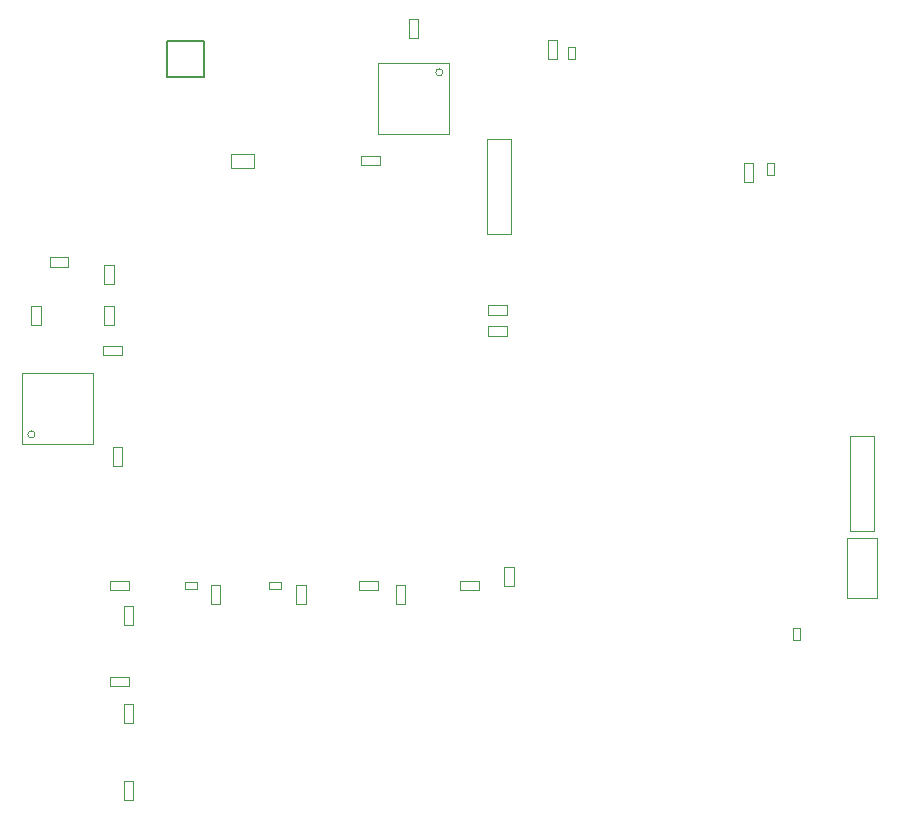
<source format=gbr>
%TF.GenerationSoftware,Altium Limited,Altium Designer,25.8.1 (18)*%
G04 Layer_Color=32768*
%FSLAX45Y45*%
%MOMM*%
%TF.SameCoordinates,E40C52F6-B12D-486C-AAC2-1DB2447C0C70*%
%TF.FilePolarity,Positive*%
%TF.FileFunction,Other,Top_Component_Outline*%
%TF.Part,Single*%
G01*
G75*
%TA.AperFunction,NonConductor*%
%ADD63C,0.12700*%
%ADD64C,0.10000*%
D63*
X1967448Y7149357D02*
X2282448D01*
Y6849357D02*
Y7149357D01*
X1967448Y6849357D02*
X2282448D01*
X1967448D02*
Y7149357D01*
D64*
X848592Y3820785D02*
G03*
X848592Y3820785I-30000J0D01*
G01*
X4301575Y6884873D02*
G03*
X4301575Y6884873I-30000J0D01*
G01*
X7951319Y3005001D02*
Y3805001D01*
X7751319Y3005001D02*
X7951319D01*
X7751319D02*
Y3805001D01*
X7951319D01*
X5271701Y6997926D02*
Y7157926D01*
X5191701Y6997926D02*
X5271701D01*
X5191701D02*
Y7157926D01*
X5271701D01*
X1484400Y2502800D02*
X1644400D01*
X1484400D02*
Y2582800D01*
X1644400D01*
Y2502800D02*
Y2582800D01*
X4446900D02*
X4606900D01*
Y2502800D02*
Y2582800D01*
X4446900Y2502800D02*
X4606900D01*
X4446900D02*
Y2582800D01*
X3139400Y2387800D02*
Y2547800D01*
X3059401Y2387800D02*
X3139400D01*
X3059401D02*
Y2547800D01*
X3139400D01*
X2119500Y2572800D02*
X2219499D01*
X2119500Y2512800D02*
Y2572800D01*
Y2512800D02*
X2219499D01*
Y2572800D01*
X4091572Y7172732D02*
Y7332732D01*
X4011573Y7172732D02*
X4091572D01*
X4011573D02*
Y7332732D01*
X4091572D01*
X816651Y4904900D02*
X896650D01*
X816651Y4744900D02*
Y4904900D01*
Y4744900D02*
X896650D01*
Y4904900D01*
X738595Y4340800D02*
X1338595D01*
X738595Y3740800D02*
Y4340800D01*
Y3740800D02*
X1338595D01*
Y4340800D01*
X1434550Y4907400D02*
X1514550D01*
X1434550Y4747400D02*
Y4907400D01*
Y4747400D02*
X1514550D01*
Y4907400D01*
X1434550Y5090300D02*
X1514550D01*
Y5250300D01*
X1434550D02*
X1514550D01*
X1434550Y5090300D02*
Y5250300D01*
X971901Y5237801D02*
Y5317800D01*
Y5237801D02*
X1131901D01*
Y5317800D01*
X971901D02*
X1131901D01*
X1509400Y3555800D02*
Y3715800D01*
X1589400D01*
Y3555800D02*
Y3715800D01*
X1509400Y3555800D02*
X1589400D01*
X1581900Y4490300D02*
Y4570300D01*
X1421900D02*
X1581900D01*
X1421900Y4490300D02*
Y4570300D01*
Y4490300D02*
X1581900D01*
X7724319Y2434901D02*
X7978319D01*
Y2942901D01*
X7724319D02*
X7978319D01*
X7724319Y2434901D02*
Y2942901D01*
X4684890Y4733494D02*
X4844890D01*
Y4653494D02*
Y4733494D01*
X4684890Y4653494D02*
X4844890D01*
X4684890D02*
Y4733494D01*
Y4911823D02*
X4844890D01*
Y4831823D02*
Y4911823D01*
X4684890Y4831823D02*
X4844890D01*
X4684890D02*
Y4911823D01*
X7043401Y6018926D02*
Y6118926D01*
Y6018926D02*
X7103401D01*
Y6118926D01*
X7043401D02*
X7103401D01*
X6851887Y5958926D02*
Y6118926D01*
X6931887D01*
Y5958926D02*
Y6118926D01*
X6851887Y5958926D02*
X6931887D01*
X5420000Y6997926D02*
Y7097926D01*
X5360000D02*
X5420000D01*
X5360000Y6997926D02*
Y7097926D01*
Y6997926D02*
X5420000D01*
X3609766Y6178781D02*
X3769766D01*
Y6098782D02*
Y6178781D01*
X3609766Y6098782D02*
X3769766D01*
X3609766D02*
Y6178781D01*
X2505348Y6197357D02*
X2705348D01*
Y6072357D02*
Y6197357D01*
X2505348Y6072357D02*
X2705348D01*
X2505348D02*
Y6197357D01*
X7324190Y2082800D02*
Y2182800D01*
X7264190D02*
X7324190D01*
X7264190Y2082800D02*
Y2182800D01*
Y2082800D02*
X7324190D01*
X4821155Y2537800D02*
Y2697800D01*
X4901155D01*
Y2537800D02*
Y2697800D01*
X4821155Y2537800D02*
X4901155D01*
X3984400Y2387800D02*
Y2547800D01*
X3904401Y2387800D02*
X3984400D01*
X3904401D02*
Y2547800D01*
X3984400D01*
X3589381Y2582800D02*
X3749381D01*
Y2502800D02*
Y2582800D01*
X3589381Y2502800D02*
X3749381D01*
X3589381D02*
Y2582800D01*
X2831900Y2572800D02*
X2931900D01*
X2831900Y2512800D02*
Y2572800D01*
Y2512800D02*
X2931900D01*
Y2572800D01*
X2417929Y2387800D02*
Y2547800D01*
X2337929Y2387800D02*
X2417929D01*
X2337929D02*
Y2547800D01*
X2417929D01*
X1599400Y2205300D02*
Y2365300D01*
X1679400D01*
Y2205300D02*
Y2365300D01*
X1599400Y2205300D02*
X1679400D01*
X1484400Y1687800D02*
X1644400D01*
X1484400D02*
Y1767800D01*
X1644400D01*
Y1687800D02*
Y1767800D01*
X1599400Y1377800D02*
Y1537800D01*
X1679400D01*
Y1377800D02*
Y1537800D01*
X1599400Y1377800D02*
X1679400D01*
Y725623D02*
Y885623D01*
X1599400Y725623D02*
X1679400D01*
X1599400D02*
Y885623D01*
X1679400D01*
X3751573Y6364857D02*
X4351572D01*
Y6964857D01*
X3751573D02*
X4351572D01*
X3751573Y6364857D02*
Y6964857D01*
X4674701Y5517500D02*
X4874701D01*
Y6317500D01*
X4674701D02*
X4874701D01*
X4674701Y5517500D02*
Y6317500D01*
%TF.MD5,460280cbb2143f936431eb85a1a0cc55*%
M02*

</source>
